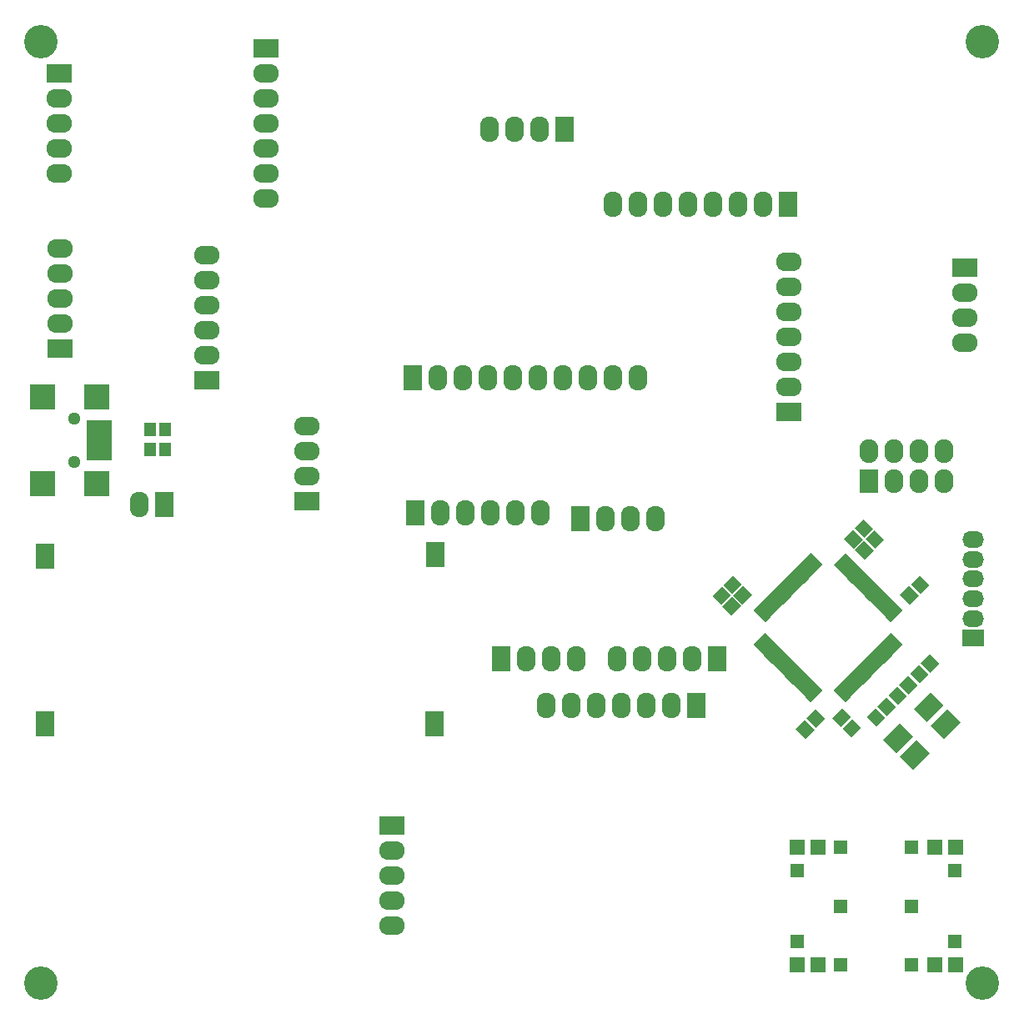
<source format=gts>
G04 #@! TF.FileFunction,Soldermask,Top*
%FSLAX46Y46*%
G04 Gerber Fmt 4.6, Leading zero omitted, Abs format (unit mm)*
G04 Created by KiCad (PCBNEW 4.0.7-e2-6376~58~ubuntu14.04.1) date Sun Nov  5 14:12:04 2017*
%MOMM*%
%LPD*%
G01*
G04 APERTURE LIST*
%ADD10C,0.100000*%
%ADD11R,1.924000X2.599640*%
%ADD12O,1.924000X2.599640*%
%ADD13R,2.599640X1.924000*%
%ADD14O,2.599640X1.924000*%
%ADD15R,1.924000X2.398980*%
%ADD16O,1.924000X2.398980*%
%ADD17R,2.200000X1.700000*%
%ADD18O,2.200000X1.700000*%
%ADD19R,2.597100X2.597100*%
%ADD20R,2.597100X0.897840*%
%ADD21C,1.299160*%
%ADD22R,1.598880X1.598880*%
%ADD23R,1.299160X1.400760*%
%ADD24R,1.400760X1.400760*%
%ADD25C,3.400000*%
G04 APERTURE END LIST*
D10*
G36*
X189910821Y-118224120D02*
X188708400Y-117021699D01*
X189239097Y-116491002D01*
X190441518Y-117693423D01*
X189910821Y-118224120D01*
X189910821Y-118224120D01*
G37*
G36*
X190264643Y-117870298D02*
X189062222Y-116667877D01*
X189592919Y-116137180D01*
X190795340Y-117339601D01*
X190264643Y-117870298D01*
X190264643Y-117870298D01*
G37*
G36*
X190618465Y-117516476D02*
X189416044Y-116314055D01*
X189946741Y-115783358D01*
X191149162Y-116985779D01*
X190618465Y-117516476D01*
X190618465Y-117516476D01*
G37*
G36*
X190972287Y-117162654D02*
X189769866Y-115960233D01*
X190300563Y-115429536D01*
X191502984Y-116631957D01*
X190972287Y-117162654D01*
X190972287Y-117162654D01*
G37*
G36*
X191326109Y-116808832D02*
X190123688Y-115606411D01*
X190654385Y-115075714D01*
X191856806Y-116278135D01*
X191326109Y-116808832D01*
X191326109Y-116808832D01*
G37*
G36*
X188851150Y-119283791D02*
X187648729Y-118081370D01*
X188179426Y-117550673D01*
X189381847Y-118753094D01*
X188851150Y-119283791D01*
X188851150Y-119283791D01*
G37*
G36*
X189203176Y-118931765D02*
X188000755Y-117729344D01*
X188531452Y-117198647D01*
X189733873Y-118401068D01*
X189203176Y-118931765D01*
X189203176Y-118931765D01*
G37*
G36*
X189556998Y-118577942D02*
X188354577Y-117375521D01*
X188885274Y-116844824D01*
X190087695Y-118047245D01*
X189556998Y-118577942D01*
X189556998Y-118577942D01*
G37*
G36*
X193481370Y-111151271D02*
X192950673Y-110620574D01*
X194153094Y-109418153D01*
X194683791Y-109948850D01*
X193481370Y-111151271D01*
X193481370Y-111151271D01*
G37*
G36*
X193129344Y-110799245D02*
X192598647Y-110268548D01*
X193801068Y-109066127D01*
X194331765Y-109596824D01*
X193129344Y-110799245D01*
X193129344Y-110799245D01*
G37*
G36*
X192775521Y-110445423D02*
X192244824Y-109914726D01*
X193447245Y-108712305D01*
X193977942Y-109243002D01*
X192775521Y-110445423D01*
X192775521Y-110445423D01*
G37*
G36*
X192421699Y-110091600D02*
X191891002Y-109560903D01*
X193093423Y-108358482D01*
X193624120Y-108889179D01*
X192421699Y-110091600D01*
X192421699Y-110091600D01*
G37*
G36*
X192067877Y-109737778D02*
X191537180Y-109207081D01*
X192739601Y-108004660D01*
X193270298Y-108535357D01*
X192067877Y-109737778D01*
X192067877Y-109737778D01*
G37*
G36*
X191714055Y-109383956D02*
X191183358Y-108853259D01*
X192385779Y-107650838D01*
X192916476Y-108181535D01*
X191714055Y-109383956D01*
X191714055Y-109383956D01*
G37*
G36*
X191360233Y-109030134D02*
X190829536Y-108499437D01*
X192031957Y-107297016D01*
X192562654Y-107827713D01*
X191360233Y-109030134D01*
X191360233Y-109030134D01*
G37*
G36*
X191006411Y-108676312D02*
X190475714Y-108145615D01*
X191678135Y-106943194D01*
X192208832Y-107473891D01*
X191006411Y-108676312D01*
X191006411Y-108676312D01*
G37*
G36*
X186020574Y-105849327D02*
X184818153Y-104646906D01*
X185348850Y-104116209D01*
X186551271Y-105318630D01*
X186020574Y-105849327D01*
X186020574Y-105849327D01*
G37*
G36*
X185668548Y-106201353D02*
X184466127Y-104998932D01*
X184996824Y-104468235D01*
X186199245Y-105670656D01*
X185668548Y-106201353D01*
X185668548Y-106201353D01*
G37*
G36*
X185314726Y-106555176D02*
X184112305Y-105352755D01*
X184643002Y-104822058D01*
X185845423Y-106024479D01*
X185314726Y-106555176D01*
X185314726Y-106555176D01*
G37*
G36*
X184960903Y-106908998D02*
X183758482Y-105706577D01*
X184289179Y-105175880D01*
X185491600Y-106378301D01*
X184960903Y-106908998D01*
X184960903Y-106908998D01*
G37*
G36*
X184607081Y-107262820D02*
X183404660Y-106060399D01*
X183935357Y-105529702D01*
X185137778Y-106732123D01*
X184607081Y-107262820D01*
X184607081Y-107262820D01*
G37*
G36*
X184253259Y-107616642D02*
X183050838Y-106414221D01*
X183581535Y-105883524D01*
X184783956Y-107085945D01*
X184253259Y-107616642D01*
X184253259Y-107616642D01*
G37*
G36*
X183899437Y-107970464D02*
X182697016Y-106768043D01*
X183227713Y-106237346D01*
X184430134Y-107439767D01*
X183899437Y-107970464D01*
X183899437Y-107970464D01*
G37*
G36*
X183545615Y-108324286D02*
X182343194Y-107121865D01*
X182873891Y-106591168D01*
X184076312Y-107793589D01*
X183545615Y-108324286D01*
X183545615Y-108324286D01*
G37*
G36*
X180046906Y-113981847D02*
X179516209Y-113451150D01*
X180718630Y-112248729D01*
X181249327Y-112779426D01*
X180046906Y-113981847D01*
X180046906Y-113981847D01*
G37*
G36*
X180398932Y-114333873D02*
X179868235Y-113803176D01*
X181070656Y-112600755D01*
X181601353Y-113131452D01*
X180398932Y-114333873D01*
X180398932Y-114333873D01*
G37*
G36*
X180752755Y-114687695D02*
X180222058Y-114156998D01*
X181424479Y-112954577D01*
X181955176Y-113485274D01*
X180752755Y-114687695D01*
X180752755Y-114687695D01*
G37*
G36*
X181106577Y-115041518D02*
X180575880Y-114510821D01*
X181778301Y-113308400D01*
X182308998Y-113839097D01*
X181106577Y-115041518D01*
X181106577Y-115041518D01*
G37*
G36*
X181460399Y-115395340D02*
X180929702Y-114864643D01*
X182132123Y-113662222D01*
X182662820Y-114192919D01*
X181460399Y-115395340D01*
X181460399Y-115395340D01*
G37*
G36*
X181814221Y-115749162D02*
X181283524Y-115218465D01*
X182485945Y-114016044D01*
X183016642Y-114546741D01*
X181814221Y-115749162D01*
X181814221Y-115749162D01*
G37*
G36*
X182168043Y-116102984D02*
X181637346Y-115572287D01*
X182839767Y-114369866D01*
X183370464Y-114900563D01*
X182168043Y-116102984D01*
X182168043Y-116102984D01*
G37*
G36*
X182521865Y-116456806D02*
X181991168Y-115926109D01*
X183193589Y-114723688D01*
X183724286Y-115254385D01*
X182521865Y-116456806D01*
X182521865Y-116456806D01*
G37*
G36*
X191678135Y-116456806D02*
X190475714Y-115254385D01*
X191006411Y-114723688D01*
X192208832Y-115926109D01*
X191678135Y-116456806D01*
X191678135Y-116456806D01*
G37*
G36*
X192031957Y-116102984D02*
X190829536Y-114900563D01*
X191360233Y-114369866D01*
X192562654Y-115572287D01*
X192031957Y-116102984D01*
X192031957Y-116102984D01*
G37*
G36*
X192385779Y-115749162D02*
X191183358Y-114546741D01*
X191714055Y-114016044D01*
X192916476Y-115218465D01*
X192385779Y-115749162D01*
X192385779Y-115749162D01*
G37*
G36*
X190654385Y-108324286D02*
X190123688Y-107793589D01*
X191326109Y-106591168D01*
X191856806Y-107121865D01*
X190654385Y-108324286D01*
X190654385Y-108324286D01*
G37*
G36*
X190300563Y-107970464D02*
X189769866Y-107439767D01*
X190972287Y-106237346D01*
X191502984Y-106768043D01*
X190300563Y-107970464D01*
X190300563Y-107970464D01*
G37*
G36*
X189946741Y-107616642D02*
X189416044Y-107085945D01*
X190618465Y-105883524D01*
X191149162Y-106414221D01*
X189946741Y-107616642D01*
X189946741Y-107616642D01*
G37*
G36*
X183193589Y-108676312D02*
X181991168Y-107473891D01*
X182521865Y-106943194D01*
X183724286Y-108145615D01*
X183193589Y-108676312D01*
X183193589Y-108676312D01*
G37*
G36*
X182839767Y-109030134D02*
X181637346Y-107827713D01*
X182168043Y-107297016D01*
X183370464Y-108499437D01*
X182839767Y-109030134D01*
X182839767Y-109030134D01*
G37*
G36*
X182485945Y-109383956D02*
X181283524Y-108181535D01*
X181814221Y-107650838D01*
X183016642Y-108853259D01*
X182485945Y-109383956D01*
X182485945Y-109383956D01*
G37*
G36*
X182873891Y-116808832D02*
X182343194Y-116278135D01*
X183545615Y-115075714D01*
X184076312Y-115606411D01*
X182873891Y-116808832D01*
X182873891Y-116808832D01*
G37*
G36*
X183227713Y-117162654D02*
X182697016Y-116631957D01*
X183899437Y-115429536D01*
X184430134Y-115960233D01*
X183227713Y-117162654D01*
X183227713Y-117162654D01*
G37*
G36*
X183581535Y-117516476D02*
X183050838Y-116985779D01*
X184253259Y-115783358D01*
X184783956Y-116314055D01*
X183581535Y-117516476D01*
X183581535Y-117516476D01*
G37*
G36*
X192739601Y-115395340D02*
X191537180Y-114192919D01*
X192067877Y-113662222D01*
X193270298Y-114864643D01*
X192739601Y-115395340D01*
X192739601Y-115395340D01*
G37*
G36*
X193093423Y-115041518D02*
X191891002Y-113839097D01*
X192421699Y-113308400D01*
X193624120Y-114510821D01*
X193093423Y-115041518D01*
X193093423Y-115041518D01*
G37*
G36*
X193447245Y-114687695D02*
X192244824Y-113485274D01*
X192775521Y-112954577D01*
X193977942Y-114156998D01*
X193447245Y-114687695D01*
X193447245Y-114687695D01*
G37*
G36*
X193801068Y-114333873D02*
X192598647Y-113131452D01*
X193129344Y-112600755D01*
X194331765Y-113803176D01*
X193801068Y-114333873D01*
X193801068Y-114333873D01*
G37*
G36*
X194153094Y-113981847D02*
X192950673Y-112779426D01*
X193481370Y-112248729D01*
X194683791Y-113451150D01*
X194153094Y-113981847D01*
X194153094Y-113981847D01*
G37*
G36*
X189592919Y-107262820D02*
X189062222Y-106732123D01*
X190264643Y-105529702D01*
X190795340Y-106060399D01*
X189592919Y-107262820D01*
X189592919Y-107262820D01*
G37*
G36*
X189239097Y-106908998D02*
X188708400Y-106378301D01*
X189910821Y-105175880D01*
X190441518Y-105706577D01*
X189239097Y-106908998D01*
X189239097Y-106908998D01*
G37*
G36*
X188885274Y-106555176D02*
X188354577Y-106024479D01*
X189556998Y-104822058D01*
X190087695Y-105352755D01*
X188885274Y-106555176D01*
X188885274Y-106555176D01*
G37*
G36*
X188531452Y-106201353D02*
X188000755Y-105670656D01*
X189203176Y-104468235D01*
X189733873Y-104998932D01*
X188531452Y-106201353D01*
X188531452Y-106201353D01*
G37*
G36*
X188179426Y-105849327D02*
X187648729Y-105318630D01*
X188851150Y-104116209D01*
X189381847Y-104646906D01*
X188179426Y-105849327D01*
X188179426Y-105849327D01*
G37*
G36*
X182132123Y-109737778D02*
X180929702Y-108535357D01*
X181460399Y-108004660D01*
X182662820Y-109207081D01*
X182132123Y-109737778D01*
X182132123Y-109737778D01*
G37*
G36*
X181778301Y-110091600D02*
X180575880Y-108889179D01*
X181106577Y-108358482D01*
X182308998Y-109560903D01*
X181778301Y-110091600D01*
X181778301Y-110091600D01*
G37*
G36*
X181424479Y-110445423D02*
X180222058Y-109243002D01*
X180752755Y-108712305D01*
X181955176Y-109914726D01*
X181424479Y-110445423D01*
X181424479Y-110445423D01*
G37*
G36*
X181070656Y-110799245D02*
X179868235Y-109596824D01*
X180398932Y-109066127D01*
X181601353Y-110268548D01*
X181070656Y-110799245D01*
X181070656Y-110799245D01*
G37*
G36*
X180718630Y-111151271D02*
X179516209Y-109948850D01*
X180046906Y-109418153D01*
X181249327Y-110620574D01*
X180718630Y-111151271D01*
X180718630Y-111151271D01*
G37*
G36*
X183935357Y-117870298D02*
X183404660Y-117339601D01*
X184607081Y-116137180D01*
X185137778Y-116667877D01*
X183935357Y-117870298D01*
X183935357Y-117870298D01*
G37*
G36*
X184289179Y-118224120D02*
X183758482Y-117693423D01*
X184960903Y-116491002D01*
X185491600Y-117021699D01*
X184289179Y-118224120D01*
X184289179Y-118224120D01*
G37*
G36*
X184643002Y-118577942D02*
X184112305Y-118047245D01*
X185314726Y-116844824D01*
X185845423Y-117375521D01*
X184643002Y-118577942D01*
X184643002Y-118577942D01*
G37*
G36*
X184996824Y-118931765D02*
X184466127Y-118401068D01*
X185668548Y-117198647D01*
X186199245Y-117729344D01*
X184996824Y-118931765D01*
X184996824Y-118931765D01*
G37*
G36*
X185348850Y-119283791D02*
X184818153Y-118753094D01*
X186020574Y-117550673D01*
X186551271Y-118081370D01*
X185348850Y-119283791D01*
X185348850Y-119283791D01*
G37*
G36*
X195716116Y-126124443D02*
X194372613Y-124780940D01*
X196069670Y-123083883D01*
X197413173Y-124427386D01*
X195716116Y-126124443D01*
X195716116Y-126124443D01*
G37*
G36*
X198827386Y-123013173D02*
X197483883Y-121669670D01*
X199180940Y-119972613D01*
X200524443Y-121316116D01*
X198827386Y-123013173D01*
X198827386Y-123013173D01*
G37*
G36*
X197130330Y-121316117D02*
X195786827Y-119972614D01*
X197483884Y-118275557D01*
X198827387Y-119619060D01*
X197130330Y-121316117D01*
X197130330Y-121316117D01*
G37*
G36*
X194019060Y-124427387D02*
X192675557Y-123083884D01*
X194372614Y-121386827D01*
X195716117Y-122730330D01*
X194019060Y-124427387D01*
X194019060Y-124427387D01*
G37*
D11*
X153889468Y-114889744D03*
D12*
X156429468Y-114889744D03*
X158969468Y-114889744D03*
X161509468Y-114889744D03*
D13*
X109000000Y-55420000D03*
D14*
X109000000Y-57960000D03*
X109000000Y-60500000D03*
X109000000Y-63040000D03*
X109000000Y-65580000D03*
D11*
X173720000Y-119600000D03*
D12*
X171180000Y-119600000D03*
X168640000Y-119600000D03*
X166100000Y-119600000D03*
X163560000Y-119600000D03*
X161020000Y-119600000D03*
X158480000Y-119600000D03*
D11*
X144970000Y-86400000D03*
D12*
X147510000Y-86400000D03*
X150050000Y-86400000D03*
X152590000Y-86400000D03*
X155130000Y-86400000D03*
X157670000Y-86400000D03*
X160210000Y-86400000D03*
X162750000Y-86400000D03*
X165290000Y-86400000D03*
X167830000Y-86400000D03*
D11*
X161940000Y-100650000D03*
D12*
X164480000Y-100650000D03*
X167020000Y-100650000D03*
X169560000Y-100650000D03*
D11*
X175830000Y-114850000D03*
D12*
X173290000Y-114850000D03*
X170750000Y-114850000D03*
X168210000Y-114850000D03*
X165670000Y-114850000D03*
D13*
X142800000Y-131820000D03*
D14*
X142800000Y-134360000D03*
X142800000Y-136900000D03*
X142800000Y-139440000D03*
X142800000Y-141980000D03*
D13*
X134150000Y-98860000D03*
D14*
X134150000Y-96320000D03*
X134150000Y-93780000D03*
X134150000Y-91240000D03*
D13*
X130000000Y-52880000D03*
D14*
X130000000Y-55420000D03*
X130000000Y-57960000D03*
X130000000Y-60500000D03*
X130000000Y-63040000D03*
X130000000Y-65580000D03*
X130000000Y-68120000D03*
D11*
X160360000Y-61150000D03*
D12*
X157820000Y-61150000D03*
X155280000Y-61150000D03*
X152740000Y-61150000D03*
D13*
X124000000Y-86650000D03*
D14*
X124000000Y-84110000D03*
X124000000Y-81570000D03*
X124000000Y-79030000D03*
X124000000Y-76490000D03*
X124000000Y-73950000D03*
D13*
X109100000Y-83380000D03*
D14*
X109100000Y-80840000D03*
X109100000Y-78300000D03*
X109100000Y-75760000D03*
X109100000Y-73220000D03*
D11*
X183040000Y-68750000D03*
D12*
X180500000Y-68750000D03*
X177960000Y-68750000D03*
X175420000Y-68750000D03*
X172880000Y-68750000D03*
X170340000Y-68750000D03*
X167800000Y-68750000D03*
X165260000Y-68750000D03*
D13*
X201000000Y-75220000D03*
D14*
X201000000Y-77760000D03*
X201000000Y-80300000D03*
X201000000Y-82840000D03*
D15*
X191250000Y-96838920D03*
D16*
X191250000Y-93801080D03*
X193790000Y-96838920D03*
X193790000Y-93801080D03*
X196330000Y-96838920D03*
X196330000Y-93801080D03*
X198870000Y-96838920D03*
X198870000Y-93801080D03*
D11*
X145150000Y-100100000D03*
D12*
X147690000Y-100100000D03*
X150230000Y-100100000D03*
X152770000Y-100100000D03*
X155310000Y-100100000D03*
X157850000Y-100100000D03*
D10*
G36*
X194132448Y-117677065D02*
X195122935Y-118667552D01*
X194204290Y-119586197D01*
X193213803Y-118595710D01*
X194132448Y-117677065D01*
X194132448Y-117677065D01*
G37*
G36*
X195195710Y-116613803D02*
X196186197Y-117604290D01*
X195267552Y-118522935D01*
X194277065Y-117532448D01*
X195195710Y-116613803D01*
X195195710Y-116613803D01*
G37*
G36*
X193067552Y-120722935D02*
X192077065Y-119732448D01*
X192995710Y-118813803D01*
X193986197Y-119804290D01*
X193067552Y-120722935D01*
X193067552Y-120722935D01*
G37*
G36*
X192004290Y-121786197D02*
X191013803Y-120795710D01*
X191932448Y-119877065D01*
X192922935Y-120867552D01*
X192004290Y-121786197D01*
X192004290Y-121786197D01*
G37*
G36*
X189422935Y-120832448D02*
X188432448Y-121822935D01*
X187513803Y-120904290D01*
X188504290Y-119913803D01*
X189422935Y-120832448D01*
X189422935Y-120832448D01*
G37*
G36*
X190486197Y-121895710D02*
X189495710Y-122886197D01*
X188577065Y-121967552D01*
X189567552Y-120977065D01*
X190486197Y-121895710D01*
X190486197Y-121895710D01*
G37*
G36*
X196332448Y-115477065D02*
X197322935Y-116467552D01*
X196404290Y-117386197D01*
X195413803Y-116395710D01*
X196332448Y-115477065D01*
X196332448Y-115477065D01*
G37*
G36*
X197395710Y-114413803D02*
X198386197Y-115404290D01*
X197467552Y-116322935D01*
X196477065Y-115332448D01*
X197395710Y-114413803D01*
X197395710Y-114413803D01*
G37*
G36*
X195332448Y-107477065D02*
X196322935Y-108467552D01*
X195404290Y-109386197D01*
X194413803Y-108395710D01*
X195332448Y-107477065D01*
X195332448Y-107477065D01*
G37*
G36*
X196395710Y-106413803D02*
X197386197Y-107404290D01*
X196467552Y-108322935D01*
X195477065Y-107332448D01*
X196395710Y-106413803D01*
X196395710Y-106413803D01*
G37*
G36*
X189632448Y-101777065D02*
X190622935Y-102767552D01*
X189704290Y-103686197D01*
X188713803Y-102695710D01*
X189632448Y-101777065D01*
X189632448Y-101777065D01*
G37*
G36*
X190695710Y-100713803D02*
X191686197Y-101704290D01*
X190767552Y-102622935D01*
X189777065Y-101632448D01*
X190695710Y-100713803D01*
X190695710Y-100713803D01*
G37*
G36*
X176377065Y-109567552D02*
X177367552Y-108577065D01*
X178286197Y-109495710D01*
X177295710Y-110486197D01*
X176377065Y-109567552D01*
X176377065Y-109567552D01*
G37*
G36*
X175313803Y-108504290D02*
X176304290Y-107513803D01*
X177222935Y-108432448D01*
X176232448Y-109422935D01*
X175313803Y-108504290D01*
X175313803Y-108504290D01*
G37*
G36*
X185867552Y-121922935D02*
X184877065Y-120932448D01*
X185795710Y-120013803D01*
X186786197Y-121004290D01*
X185867552Y-121922935D01*
X185867552Y-121922935D01*
G37*
G36*
X184804290Y-122986197D02*
X183813803Y-121995710D01*
X184732448Y-121077065D01*
X185722935Y-122067552D01*
X184804290Y-122986197D01*
X184804290Y-122986197D01*
G37*
G36*
X177477065Y-108467552D02*
X178467552Y-107477065D01*
X179386197Y-108395710D01*
X178395710Y-109386197D01*
X177477065Y-108467552D01*
X177477065Y-108467552D01*
G37*
G36*
X176413803Y-107404290D02*
X177404290Y-106413803D01*
X178322935Y-107332448D01*
X177332448Y-108322935D01*
X176413803Y-107404290D01*
X176413803Y-107404290D01*
G37*
G36*
X190732448Y-102877065D02*
X191722935Y-103867552D01*
X190804290Y-104786197D01*
X189813803Y-103795710D01*
X190732448Y-102877065D01*
X190732448Y-102877065D01*
G37*
G36*
X191795710Y-101813803D02*
X192786197Y-102804290D01*
X191867552Y-103722935D01*
X190877065Y-102732448D01*
X191795710Y-101813803D01*
X191795710Y-101813803D01*
G37*
D17*
X201800000Y-112800000D03*
D18*
X201800000Y-110800000D03*
X201800000Y-108800000D03*
X201800000Y-106800000D03*
X201800000Y-104800000D03*
X201800000Y-102800000D03*
D19*
X112819500Y-97129760D03*
D20*
X113098900Y-91102340D03*
X113098900Y-91902440D03*
X113098900Y-92700000D03*
X113098900Y-93497560D03*
X113098900Y-94297660D03*
D21*
X110571600Y-90502900D03*
X110571600Y-94899640D03*
D19*
X112819500Y-88270240D03*
X107320400Y-88270240D03*
X107320400Y-97129760D03*
D22*
X183950980Y-134000000D03*
X186049020Y-134000000D03*
X197950980Y-134000000D03*
X200049020Y-134000000D03*
X197950980Y-146000000D03*
X200049020Y-146000000D03*
X183950980Y-146000000D03*
X186049020Y-146000000D03*
D23*
X118248160Y-91600000D03*
X119751840Y-91600000D03*
X119751840Y-93600000D03*
X118248160Y-93600000D03*
D24*
X188400820Y-140000000D03*
X195599180Y-140000000D03*
X184000000Y-143599180D03*
X184000000Y-136400820D03*
X200000000Y-143599180D03*
X200000000Y-136400820D03*
X188400820Y-134000000D03*
X195599180Y-134000000D03*
X188400820Y-146000000D03*
X195599180Y-146000000D03*
D25*
X107200000Y-147800000D03*
X107200000Y-52200000D03*
X202800000Y-52200000D03*
X202800000Y-147800000D03*
D11*
X119670000Y-99200000D03*
D12*
X117130000Y-99200000D03*
D11*
X107600000Y-104500000D03*
X147200000Y-104300000D03*
X107600000Y-121500000D03*
X147100000Y-121500000D03*
D13*
X183110000Y-89840000D03*
D14*
X183110000Y-87300000D03*
X183110000Y-84760000D03*
X183110000Y-82220000D03*
X183110000Y-79680000D03*
X183110000Y-77140000D03*
X183110000Y-74600000D03*
M02*

</source>
